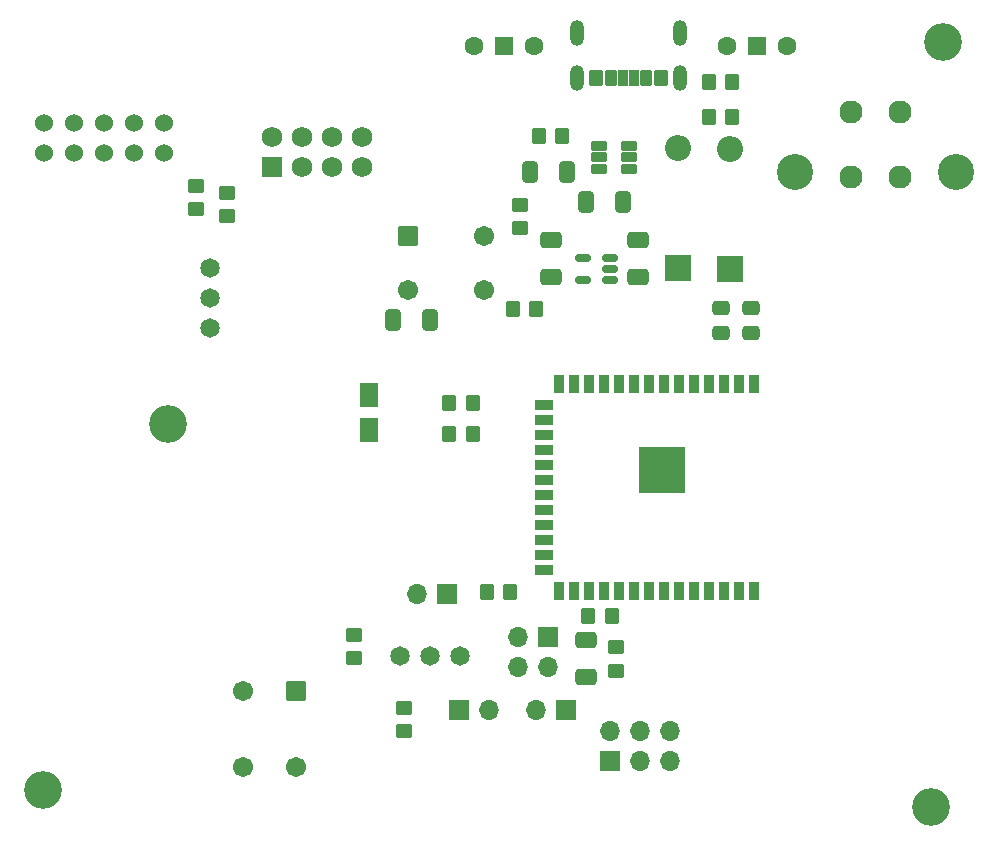
<source format=gbr>
%TF.GenerationSoftware,KiCad,Pcbnew,8.0.8*%
%TF.CreationDate,2025-03-31T15:53:02-05:00*%
%TF.ProjectId,Final Project V1,46696e61-6c20-4507-926f-6a6563742056,rev?*%
%TF.SameCoordinates,Original*%
%TF.FileFunction,Soldermask,Top*%
%TF.FilePolarity,Negative*%
%FSLAX46Y46*%
G04 Gerber Fmt 4.6, Leading zero omitted, Abs format (unit mm)*
G04 Created by KiCad (PCBNEW 8.0.8) date 2025-03-31 15:53:02*
%MOMM*%
%LPD*%
G01*
G04 APERTURE LIST*
G04 Aperture macros list*
%AMRoundRect*
0 Rectangle with rounded corners*
0 $1 Rounding radius*
0 $2 $3 $4 $5 $6 $7 $8 $9 X,Y pos of 4 corners*
0 Add a 4 corners polygon primitive as box body*
4,1,4,$2,$3,$4,$5,$6,$7,$8,$9,$2,$3,0*
0 Add four circle primitives for the rounded corners*
1,1,$1+$1,$2,$3*
1,1,$1+$1,$4,$5*
1,1,$1+$1,$6,$7*
1,1,$1+$1,$8,$9*
0 Add four rect primitives between the rounded corners*
20,1,$1+$1,$2,$3,$4,$5,0*
20,1,$1+$1,$4,$5,$6,$7,0*
20,1,$1+$1,$6,$7,$8,$9,0*
20,1,$1+$1,$8,$9,$2,$3,0*%
%AMFreePoly0*
4,1,6,1.000000,0.000000,0.500000,-0.750000,-0.500000,-0.750000,-0.500000,0.750000,0.500000,0.750000,1.000000,0.000000,1.000000,0.000000,$1*%
G04 Aperture macros list end*
%ADD10C,1.651000*%
%ADD11C,1.524000*%
%ADD12RoundRect,0.102000X-0.749000X0.749000X-0.749000X-0.749000X0.749000X-0.749000X0.749000X0.749000X0*%
%ADD13C,1.702000*%
%ADD14R,2.200000X2.200000*%
%ADD15O,2.200000X2.200000*%
%ADD16C,3.200000*%
%ADD17RoundRect,0.250000X0.350000X0.450000X-0.350000X0.450000X-0.350000X-0.450000X0.350000X-0.450000X0*%
%ADD18R,1.500000X1.500000*%
%ADD19C,1.600000*%
%ADD20RoundRect,0.098000X0.609000X0.294000X-0.609000X0.294000X-0.609000X-0.294000X0.609000X-0.294000X0*%
%ADD21FreePoly0,90.000000*%
%ADD22FreePoly0,270.000000*%
%ADD23RoundRect,0.250000X0.450000X-0.350000X0.450000X0.350000X-0.450000X0.350000X-0.450000X-0.350000X0*%
%ADD24RoundRect,0.250000X0.650000X-0.412500X0.650000X0.412500X-0.650000X0.412500X-0.650000X-0.412500X0*%
%ADD25R,1.700000X1.700000*%
%ADD26O,1.700000X1.700000*%
%ADD27RoundRect,0.102000X-0.749000X-0.749000X0.749000X-0.749000X0.749000X0.749000X-0.749000X0.749000X0*%
%ADD28RoundRect,0.102000X0.350000X0.575000X-0.350000X0.575000X-0.350000X-0.575000X0.350000X-0.575000X0*%
%ADD29RoundRect,0.102000X0.400000X0.575000X-0.400000X0.575000X-0.400000X-0.575000X0.400000X-0.575000X0*%
%ADD30RoundRect,0.102000X0.450000X0.575000X-0.450000X0.575000X-0.450000X-0.575000X0.450000X-0.575000X0*%
%ADD31O,1.204000X2.204000*%
%ADD32RoundRect,0.250000X-0.350000X-0.450000X0.350000X-0.450000X0.350000X0.450000X-0.350000X0.450000X0*%
%ADD33RoundRect,0.250000X-0.475000X0.337500X-0.475000X-0.337500X0.475000X-0.337500X0.475000X0.337500X0*%
%ADD34RoundRect,0.250000X-0.412500X-0.650000X0.412500X-0.650000X0.412500X0.650000X-0.412500X0.650000X0*%
%ADD35RoundRect,0.102000X0.765000X-0.765000X0.765000X0.765000X-0.765000X0.765000X-0.765000X-0.765000X0*%
%ADD36C,1.734000*%
%ADD37RoundRect,0.250000X-0.450000X0.350000X-0.450000X-0.350000X0.450000X-0.350000X0.450000X0.350000X0*%
%ADD38RoundRect,0.250000X0.412500X0.650000X-0.412500X0.650000X-0.412500X-0.650000X0.412500X-0.650000X0*%
%ADD39C,3.048000*%
%ADD40C,1.955800*%
%ADD41RoundRect,0.150000X0.512500X0.150000X-0.512500X0.150000X-0.512500X-0.150000X0.512500X-0.150000X0*%
%ADD42R,0.900000X1.500000*%
%ADD43R,1.500000X0.900000*%
%ADD44C,0.600000*%
%ADD45R,3.900000X3.900000*%
G04 APERTURE END LIST*
D10*
%TO.C,U5*%
X186140000Y-124200000D03*
X183600000Y-124200000D03*
X181060000Y-124200000D03*
%TD*%
%TO.C,U4*%
X165000000Y-91400000D03*
X165000000Y-93940000D03*
X165000000Y-96480000D03*
%TD*%
D11*
%TO.C,J9*%
X150920000Y-81619700D03*
X150920000Y-79079700D03*
X153460000Y-81619700D03*
X153460000Y-79079700D03*
X156000000Y-81619700D03*
X156000000Y-79079700D03*
X158540000Y-81619700D03*
X158540000Y-79079700D03*
X161080000Y-81619700D03*
X161080000Y-79079700D03*
%TD*%
D12*
%TO.C,SW6*%
X172250000Y-127150000D03*
D13*
X172250000Y-133650000D03*
X167750000Y-127150000D03*
X167750000Y-133650000D03*
%TD*%
D14*
%TO.C,D2*%
X209000000Y-91480000D03*
D15*
X209000000Y-81320000D03*
%TD*%
D16*
%TO.C,H3*%
X150800000Y-135600000D03*
%TD*%
D17*
%TO.C,R3*%
X187200000Y-105400000D03*
X185200000Y-105400000D03*
%TD*%
D18*
%TO.C,SW5*%
X211260000Y-72600000D03*
D19*
X208720000Y-72600000D03*
X213800000Y-72600000D03*
%TD*%
D16*
%TO.C,H2*%
X226000000Y-137000000D03*
%TD*%
D20*
%TO.C,U3*%
X200455000Y-82950000D03*
X200455000Y-82000000D03*
X200455000Y-81050000D03*
X197945000Y-81050000D03*
X197945000Y-82000000D03*
X197945000Y-82950000D03*
%TD*%
D17*
%TO.C,R18*%
X209200000Y-75600000D03*
X207200000Y-75600000D03*
%TD*%
D18*
%TO.C,JP1*%
X178400000Y-104800000D03*
X178400000Y-102400000D03*
D21*
X178400000Y-105600000D03*
D22*
X178400000Y-101600000D03*
%TD*%
D23*
%TO.C,R9*%
X166400000Y-87000000D03*
X166400000Y-85000000D03*
%TD*%
D24*
%TO.C,C1*%
X193800000Y-92162500D03*
X193800000Y-89037500D03*
%TD*%
D25*
%TO.C,J3*%
X193600000Y-122600000D03*
D26*
X193600000Y-125140000D03*
X191060000Y-122600000D03*
X191060000Y-125140000D03*
%TD*%
D24*
%TO.C,C6*%
X196775000Y-126012500D03*
X196775000Y-122887500D03*
%TD*%
D23*
%TO.C,R10*%
X199375000Y-125450000D03*
X199375000Y-123450000D03*
%TD*%
D27*
%TO.C,SW3*%
X181700000Y-88700000D03*
D13*
X188200000Y-88700000D03*
X181700000Y-93200000D03*
X188200000Y-93200000D03*
%TD*%
D17*
%TO.C,R16*%
X199000000Y-120800000D03*
X197000000Y-120800000D03*
%TD*%
D28*
%TO.C,USB-C1*%
X200900000Y-75305000D03*
D29*
X198880000Y-75305000D03*
D30*
X197650000Y-75305000D03*
D28*
X199900000Y-75305000D03*
D29*
X201920000Y-75305000D03*
D30*
X203150000Y-75305000D03*
D31*
X204720000Y-75300000D03*
X196080000Y-75300000D03*
X204720000Y-71500000D03*
X196080000Y-71500000D03*
%TD*%
D14*
%TO.C,D1*%
X204600000Y-91400000D03*
D15*
X204600000Y-81240000D03*
%TD*%
D32*
%TO.C,R6*%
X185200000Y-102800000D03*
X187200000Y-102800000D03*
%TD*%
D23*
%TO.C,R8*%
X177200000Y-124400000D03*
X177200000Y-122400000D03*
%TD*%
%TO.C,R5*%
X181400000Y-130600000D03*
X181400000Y-128600000D03*
%TD*%
D33*
%TO.C,C5*%
X208200000Y-94762500D03*
X208200000Y-96837500D03*
%TD*%
D32*
%TO.C,R15*%
X190600000Y-94800000D03*
X192600000Y-94800000D03*
%TD*%
D34*
%TO.C,C4*%
X196837500Y-85800000D03*
X199962500Y-85800000D03*
%TD*%
D25*
%TO.C,J2*%
X198860000Y-133140000D03*
D26*
X198860000Y-130600000D03*
X201400000Y-133140000D03*
X201400000Y-130600000D03*
X203940000Y-133140000D03*
X203940000Y-130600000D03*
%TD*%
D23*
%TO.C,R7*%
X163800000Y-86400000D03*
X163800000Y-84400000D03*
%TD*%
D25*
%TO.C,J5*%
X186025000Y-128750000D03*
D26*
X188565000Y-128750000D03*
%TD*%
D16*
%TO.C,H1*%
X227000000Y-72200000D03*
%TD*%
D32*
%TO.C,R1*%
X192800000Y-80200000D03*
X194800000Y-80200000D03*
%TD*%
D24*
%TO.C,C2*%
X201200000Y-92162500D03*
X201200000Y-89037500D03*
%TD*%
D18*
%TO.C,SW4*%
X189860000Y-72600000D03*
D19*
X187320000Y-72600000D03*
X192400000Y-72600000D03*
%TD*%
D25*
%TO.C,J4*%
X195075000Y-128800000D03*
D26*
X192535000Y-128800000D03*
%TD*%
D35*
%TO.C,J8*%
X170190000Y-82827500D03*
D36*
X170190000Y-80287500D03*
X172730000Y-82827500D03*
X172730000Y-80287500D03*
X175270000Y-82827500D03*
X175270000Y-80287500D03*
X177810000Y-82827500D03*
X177810000Y-80287500D03*
%TD*%
D37*
%TO.C,R2*%
X191200000Y-86000000D03*
X191200000Y-88000000D03*
%TD*%
D38*
%TO.C,C9*%
X183562500Y-95800000D03*
X180437500Y-95800000D03*
%TD*%
D17*
%TO.C,R17*%
X209200000Y-78550000D03*
X207200000Y-78550000D03*
%TD*%
D16*
%TO.C,H4*%
X161400000Y-104600000D03*
%TD*%
D38*
%TO.C,C3*%
X195162500Y-83200000D03*
X192037500Y-83200000D03*
%TD*%
D39*
%TO.C,J1*%
X228099999Y-83240000D03*
X214500000Y-83240000D03*
D40*
X219200000Y-78200000D03*
X223399998Y-78200000D03*
X219200000Y-83699999D03*
X223399998Y-83699999D03*
%TD*%
D25*
%TO.C,J7*%
X185075000Y-119000000D03*
D26*
X182535000Y-119000000D03*
%TD*%
D41*
%TO.C,U1*%
X198800000Y-92400000D03*
X198800000Y-91450000D03*
X198800000Y-90500000D03*
X196525000Y-90500000D03*
X196525000Y-92400000D03*
%TD*%
D33*
%TO.C,C10*%
X210800000Y-94762500D03*
X210800000Y-96837500D03*
%TD*%
D17*
%TO.C,R4*%
X190400000Y-118800000D03*
X188400000Y-118800000D03*
%TD*%
D42*
%TO.C,U2*%
X211000000Y-101200000D03*
X209730000Y-101200000D03*
X208460000Y-101200000D03*
X207190000Y-101200000D03*
X205920000Y-101200000D03*
X204650000Y-101200000D03*
X203380000Y-101200000D03*
X202110000Y-101200000D03*
X200840000Y-101200000D03*
X199570000Y-101200000D03*
X198300000Y-101200000D03*
X197030000Y-101200000D03*
X195760000Y-101200000D03*
X194490000Y-101200000D03*
D43*
X193240000Y-102965000D03*
X193240000Y-104235000D03*
X193240000Y-105505000D03*
X193240000Y-106775000D03*
X193240000Y-108045000D03*
X193240000Y-109315000D03*
X193240000Y-110585000D03*
X193240000Y-111855000D03*
X193240000Y-113125000D03*
X193240000Y-114395000D03*
X193240000Y-115665000D03*
X193240000Y-116935000D03*
D42*
X194490000Y-118700000D03*
X195760000Y-118700000D03*
X197030000Y-118700000D03*
X198300000Y-118700000D03*
X199570000Y-118700000D03*
X200840000Y-118700000D03*
X202110000Y-118700000D03*
X203380000Y-118700000D03*
X204650000Y-118700000D03*
X205920000Y-118700000D03*
X207190000Y-118700000D03*
X208460000Y-118700000D03*
X209730000Y-118700000D03*
X211000000Y-118700000D03*
D44*
X203980000Y-107050000D03*
X202580000Y-107050000D03*
X204680000Y-107750000D03*
X203280000Y-107750000D03*
X201880000Y-107750000D03*
X203980000Y-108450000D03*
D45*
X203280000Y-108450000D03*
D44*
X202580000Y-108450000D03*
X204680000Y-109150000D03*
X203280000Y-109150000D03*
X201880000Y-109150000D03*
X203980000Y-109850000D03*
X202580000Y-109850000D03*
%TD*%
M02*

</source>
